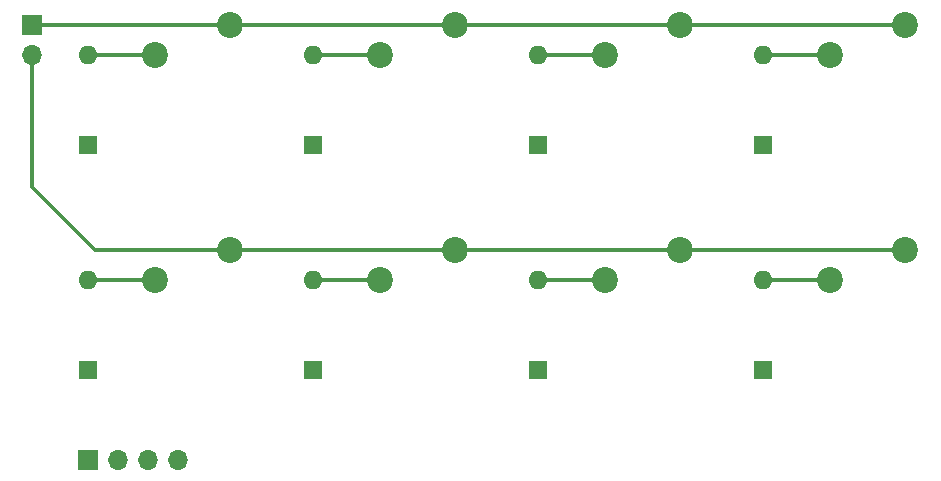
<source format=gtl>
G04 #@! TF.GenerationSoftware,KiCad,Pcbnew,(5.1.2)-1*
G04 #@! TF.CreationDate,2019-05-30T07:31:40-07:00*
G04 #@! TF.ProjectId,mechanical_keyboard_mk0,6d656368-616e-4696-9361-6c5f6b657962,rev?*
G04 #@! TF.SameCoordinates,Original*
G04 #@! TF.FileFunction,Copper,L1,Top*
G04 #@! TF.FilePolarity,Positive*
%FSLAX46Y46*%
G04 Gerber Fmt 4.6, Leading zero omitted, Abs format (unit mm)*
G04 Created by KiCad (PCBNEW (5.1.2)-1) date 2019-05-30 07:31:40*
%MOMM*%
%LPD*%
G04 APERTURE LIST*
%ADD10C,2.200000*%
%ADD11O,1.700000X1.700000*%
%ADD12R,1.700000X1.700000*%
%ADD13O,1.600000X1.600000*%
%ADD14R,1.600000X1.600000*%
%ADD15C,0.304800*%
G04 APERTURE END LIST*
D10*
X106680000Y-51308000D03*
X113030000Y-48768000D03*
X163830000Y-70358000D03*
X170180000Y-67818000D03*
X163830000Y-51308000D03*
X170180000Y-48768000D03*
X144780000Y-70358000D03*
X151130000Y-67818000D03*
X144780000Y-51308000D03*
X151130000Y-48768000D03*
D11*
X96266000Y-51308000D03*
D12*
X96266000Y-48768000D03*
D11*
X108585000Y-85598000D03*
X106045000Y-85598000D03*
X103505000Y-85598000D03*
D12*
X100965000Y-85598000D03*
D13*
X158115000Y-70358000D03*
D14*
X158115000Y-77978000D03*
D13*
X158115000Y-51308000D03*
D14*
X158115000Y-58928000D03*
D13*
X139065000Y-70358000D03*
D14*
X139065000Y-77978000D03*
D13*
X139065000Y-51308000D03*
D14*
X139065000Y-58928000D03*
D10*
X125730000Y-70358000D03*
X132080000Y-67818000D03*
X125730000Y-51308000D03*
X132080000Y-48768000D03*
X106680000Y-70358000D03*
X113030000Y-67818000D03*
D13*
X120015000Y-70358000D03*
D14*
X120015000Y-77978000D03*
D13*
X120015000Y-51308000D03*
D14*
X120015000Y-58928000D03*
D13*
X100965000Y-70358000D03*
D14*
X100965000Y-77978000D03*
D13*
X100965000Y-51308000D03*
D14*
X100965000Y-58928000D03*
D15*
X106680000Y-51308000D02*
X105124366Y-51308000D01*
X105124366Y-51308000D02*
X100965000Y-51308000D01*
X106680000Y-70358000D02*
X105124366Y-70358000D01*
X105124366Y-70358000D02*
X100965000Y-70358000D01*
X125730000Y-51308000D02*
X120015000Y-51308000D01*
X125730000Y-70358000D02*
X124174366Y-70358000D01*
X124174366Y-70358000D02*
X120015000Y-70358000D01*
X96266000Y-48768000D02*
X113030000Y-48768000D01*
X113030000Y-48768000D02*
X132080000Y-48768000D01*
X132080000Y-48768000D02*
X151765000Y-48768000D01*
X151130000Y-48768000D02*
X165735000Y-48768000D01*
X165735000Y-48768000D02*
X170180000Y-48768000D01*
X113030000Y-67818000D02*
X132080000Y-67818000D01*
X132080000Y-67818000D02*
X151130000Y-67818000D01*
X151130000Y-67818000D02*
X169545000Y-67818000D01*
X96266000Y-51308000D02*
X96266000Y-62484000D01*
X96266000Y-62484000D02*
X101600000Y-67818000D01*
X101600000Y-67818000D02*
X113030000Y-67818000D01*
X144780000Y-51308000D02*
X139065000Y-51308000D01*
X144780000Y-70358000D02*
X139065000Y-70358000D01*
X163830000Y-51308000D02*
X158115000Y-51308000D01*
X163830000Y-70358000D02*
X158115000Y-70358000D01*
M02*

</source>
